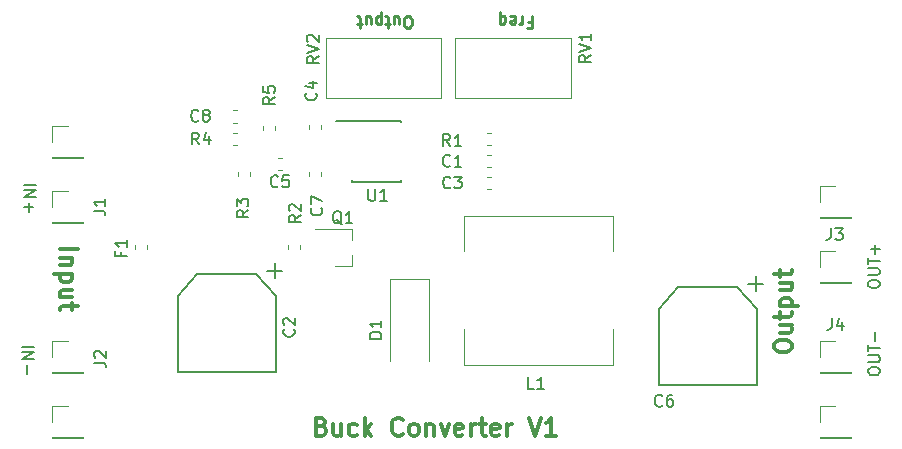
<source format=gbr>
G04 #@! TF.GenerationSoftware,KiCad,Pcbnew,5.0.2-bee76a0~70~ubuntu18.04.1*
G04 #@! TF.CreationDate,2019-01-01T14:35:21-08:00*
G04 #@! TF.ProjectId,Buck_Converter_V1,4275636b-5f43-46f6-9e76-65727465725f,rev?*
G04 #@! TF.SameCoordinates,Original*
G04 #@! TF.FileFunction,Legend,Top*
G04 #@! TF.FilePolarity,Positive*
%FSLAX46Y46*%
G04 Gerber Fmt 4.6, Leading zero omitted, Abs format (unit mm)*
G04 Created by KiCad (PCBNEW 5.0.2-bee76a0~70~ubuntu18.04.1) date Tue 01 Jan 2019 02:35:21 PM PST*
%MOMM*%
%LPD*%
G01*
G04 APERTURE LIST*
%ADD10C,0.300000*%
%ADD11C,0.250000*%
%ADD12C,0.120000*%
%ADD13C,0.150000*%
G04 APERTURE END LIST*
D10*
X135302242Y-104375757D02*
X135516528Y-104447185D01*
X135587957Y-104518614D01*
X135659385Y-104661471D01*
X135659385Y-104875757D01*
X135587957Y-105018614D01*
X135516528Y-105090042D01*
X135373671Y-105161471D01*
X134802242Y-105161471D01*
X134802242Y-103661471D01*
X135302242Y-103661471D01*
X135445100Y-103732900D01*
X135516528Y-103804328D01*
X135587957Y-103947185D01*
X135587957Y-104090042D01*
X135516528Y-104232900D01*
X135445100Y-104304328D01*
X135302242Y-104375757D01*
X134802242Y-104375757D01*
X136945100Y-104161471D02*
X136945100Y-105161471D01*
X136302242Y-104161471D02*
X136302242Y-104947185D01*
X136373671Y-105090042D01*
X136516528Y-105161471D01*
X136730814Y-105161471D01*
X136873671Y-105090042D01*
X136945100Y-105018614D01*
X138302242Y-105090042D02*
X138159385Y-105161471D01*
X137873671Y-105161471D01*
X137730814Y-105090042D01*
X137659385Y-105018614D01*
X137587957Y-104875757D01*
X137587957Y-104447185D01*
X137659385Y-104304328D01*
X137730814Y-104232900D01*
X137873671Y-104161471D01*
X138159385Y-104161471D01*
X138302242Y-104232900D01*
X138945100Y-105161471D02*
X138945100Y-103661471D01*
X139087957Y-104590042D02*
X139516528Y-105161471D01*
X139516528Y-104161471D02*
X138945100Y-104732900D01*
X142159385Y-105018614D02*
X142087957Y-105090042D01*
X141873671Y-105161471D01*
X141730814Y-105161471D01*
X141516528Y-105090042D01*
X141373671Y-104947185D01*
X141302242Y-104804328D01*
X141230814Y-104518614D01*
X141230814Y-104304328D01*
X141302242Y-104018614D01*
X141373671Y-103875757D01*
X141516528Y-103732900D01*
X141730814Y-103661471D01*
X141873671Y-103661471D01*
X142087957Y-103732900D01*
X142159385Y-103804328D01*
X143016528Y-105161471D02*
X142873671Y-105090042D01*
X142802242Y-105018614D01*
X142730814Y-104875757D01*
X142730814Y-104447185D01*
X142802242Y-104304328D01*
X142873671Y-104232900D01*
X143016528Y-104161471D01*
X143230814Y-104161471D01*
X143373671Y-104232900D01*
X143445100Y-104304328D01*
X143516528Y-104447185D01*
X143516528Y-104875757D01*
X143445100Y-105018614D01*
X143373671Y-105090042D01*
X143230814Y-105161471D01*
X143016528Y-105161471D01*
X144159385Y-104161471D02*
X144159385Y-105161471D01*
X144159385Y-104304328D02*
X144230814Y-104232900D01*
X144373671Y-104161471D01*
X144587957Y-104161471D01*
X144730814Y-104232900D01*
X144802242Y-104375757D01*
X144802242Y-105161471D01*
X145373671Y-104161471D02*
X145730814Y-105161471D01*
X146087957Y-104161471D01*
X147230814Y-105090042D02*
X147087957Y-105161471D01*
X146802242Y-105161471D01*
X146659385Y-105090042D01*
X146587957Y-104947185D01*
X146587957Y-104375757D01*
X146659385Y-104232900D01*
X146802242Y-104161471D01*
X147087957Y-104161471D01*
X147230814Y-104232900D01*
X147302242Y-104375757D01*
X147302242Y-104518614D01*
X146587957Y-104661471D01*
X147945100Y-105161471D02*
X147945100Y-104161471D01*
X147945100Y-104447185D02*
X148016528Y-104304328D01*
X148087957Y-104232900D01*
X148230814Y-104161471D01*
X148373671Y-104161471D01*
X148659385Y-104161471D02*
X149230814Y-104161471D01*
X148873671Y-103661471D02*
X148873671Y-104947185D01*
X148945100Y-105090042D01*
X149087957Y-105161471D01*
X149230814Y-105161471D01*
X150302242Y-105090042D02*
X150159385Y-105161471D01*
X149873671Y-105161471D01*
X149730814Y-105090042D01*
X149659385Y-104947185D01*
X149659385Y-104375757D01*
X149730814Y-104232900D01*
X149873671Y-104161471D01*
X150159385Y-104161471D01*
X150302242Y-104232900D01*
X150373671Y-104375757D01*
X150373671Y-104518614D01*
X149659385Y-104661471D01*
X151016528Y-105161471D02*
X151016528Y-104161471D01*
X151016528Y-104447185D02*
X151087957Y-104304328D01*
X151159385Y-104232900D01*
X151302242Y-104161471D01*
X151445100Y-104161471D01*
X152873671Y-103661471D02*
X153373671Y-105161471D01*
X153873671Y-103661471D01*
X155159385Y-105161471D02*
X154302242Y-105161471D01*
X154730814Y-105161471D02*
X154730814Y-103661471D01*
X154587957Y-103875757D01*
X154445100Y-104018614D01*
X154302242Y-104090042D01*
X173625771Y-97726914D02*
X173625771Y-97441200D01*
X173697200Y-97298342D01*
X173840057Y-97155485D01*
X174125771Y-97084057D01*
X174625771Y-97084057D01*
X174911485Y-97155485D01*
X175054342Y-97298342D01*
X175125771Y-97441200D01*
X175125771Y-97726914D01*
X175054342Y-97869771D01*
X174911485Y-98012628D01*
X174625771Y-98084057D01*
X174125771Y-98084057D01*
X173840057Y-98012628D01*
X173697200Y-97869771D01*
X173625771Y-97726914D01*
X174125771Y-95798342D02*
X175125771Y-95798342D01*
X174125771Y-96441200D02*
X174911485Y-96441200D01*
X175054342Y-96369771D01*
X175125771Y-96226914D01*
X175125771Y-96012628D01*
X175054342Y-95869771D01*
X174982914Y-95798342D01*
X174125771Y-95298342D02*
X174125771Y-94726914D01*
X173625771Y-95084057D02*
X174911485Y-95084057D01*
X175054342Y-95012628D01*
X175125771Y-94869771D01*
X175125771Y-94726914D01*
X174125771Y-94226914D02*
X175625771Y-94226914D01*
X174197200Y-94226914D02*
X174125771Y-94084057D01*
X174125771Y-93798342D01*
X174197200Y-93655485D01*
X174268628Y-93584057D01*
X174411485Y-93512628D01*
X174840057Y-93512628D01*
X174982914Y-93584057D01*
X175054342Y-93655485D01*
X175125771Y-93798342D01*
X175125771Y-94084057D01*
X175054342Y-94226914D01*
X174125771Y-92226914D02*
X175125771Y-92226914D01*
X174125771Y-92869771D02*
X174911485Y-92869771D01*
X175054342Y-92798342D01*
X175125771Y-92655485D01*
X175125771Y-92441200D01*
X175054342Y-92298342D01*
X174982914Y-92226914D01*
X174125771Y-91726914D02*
X174125771Y-91155485D01*
X173625771Y-91512628D02*
X174911485Y-91512628D01*
X175054342Y-91441200D01*
X175125771Y-91298342D01*
X175125771Y-91155485D01*
X113164228Y-89394814D02*
X114664228Y-89394814D01*
X114164228Y-90109100D02*
X113164228Y-90109100D01*
X114021371Y-90109100D02*
X114092800Y-90180528D01*
X114164228Y-90323385D01*
X114164228Y-90537671D01*
X114092800Y-90680528D01*
X113949942Y-90751957D01*
X113164228Y-90751957D01*
X114164228Y-91466242D02*
X112664228Y-91466242D01*
X114092800Y-91466242D02*
X114164228Y-91609100D01*
X114164228Y-91894814D01*
X114092800Y-92037671D01*
X114021371Y-92109100D01*
X113878514Y-92180528D01*
X113449942Y-92180528D01*
X113307085Y-92109100D01*
X113235657Y-92037671D01*
X113164228Y-91894814D01*
X113164228Y-91609100D01*
X113235657Y-91466242D01*
X114164228Y-93466242D02*
X113164228Y-93466242D01*
X114164228Y-92823385D02*
X113378514Y-92823385D01*
X113235657Y-92894814D01*
X113164228Y-93037671D01*
X113164228Y-93251957D01*
X113235657Y-93394814D01*
X113307085Y-93466242D01*
X114164228Y-93966242D02*
X114164228Y-94537671D01*
X114664228Y-94180528D02*
X113378514Y-94180528D01*
X113235657Y-94251957D01*
X113164228Y-94394814D01*
X113164228Y-94537671D01*
D11*
X142701709Y-70651619D02*
X142511233Y-70651619D01*
X142415995Y-70604000D01*
X142320757Y-70508761D01*
X142273138Y-70318285D01*
X142273138Y-69984952D01*
X142320757Y-69794476D01*
X142415995Y-69699238D01*
X142511233Y-69651619D01*
X142701709Y-69651619D01*
X142796947Y-69699238D01*
X142892185Y-69794476D01*
X142939804Y-69984952D01*
X142939804Y-70318285D01*
X142892185Y-70508761D01*
X142796947Y-70604000D01*
X142701709Y-70651619D01*
X141415995Y-70318285D02*
X141415995Y-69651619D01*
X141844566Y-70318285D02*
X141844566Y-69794476D01*
X141796947Y-69699238D01*
X141701709Y-69651619D01*
X141558852Y-69651619D01*
X141463614Y-69699238D01*
X141415995Y-69746857D01*
X141082661Y-70318285D02*
X140701709Y-70318285D01*
X140939804Y-70651619D02*
X140939804Y-69794476D01*
X140892185Y-69699238D01*
X140796947Y-69651619D01*
X140701709Y-69651619D01*
X140368376Y-70318285D02*
X140368376Y-69318285D01*
X140368376Y-70270666D02*
X140273138Y-70318285D01*
X140082661Y-70318285D01*
X139987423Y-70270666D01*
X139939804Y-70223047D01*
X139892185Y-70127809D01*
X139892185Y-69842095D01*
X139939804Y-69746857D01*
X139987423Y-69699238D01*
X140082661Y-69651619D01*
X140273138Y-69651619D01*
X140368376Y-69699238D01*
X139035042Y-70318285D02*
X139035042Y-69651619D01*
X139463614Y-70318285D02*
X139463614Y-69794476D01*
X139415995Y-69699238D01*
X139320757Y-69651619D01*
X139177900Y-69651619D01*
X139082661Y-69699238D01*
X139035042Y-69746857D01*
X138701709Y-70318285D02*
X138320757Y-70318285D01*
X138558852Y-70651619D02*
X138558852Y-69794476D01*
X138511233Y-69699238D01*
X138415995Y-69651619D01*
X138320757Y-69651619D01*
X152812619Y-70137328D02*
X153145952Y-70137328D01*
X153145952Y-69613519D02*
X153145952Y-70613519D01*
X152669761Y-70613519D01*
X152288809Y-69613519D02*
X152288809Y-70280185D01*
X152288809Y-70089709D02*
X152241190Y-70184947D01*
X152193571Y-70232566D01*
X152098333Y-70280185D01*
X152003095Y-70280185D01*
X151288809Y-69661138D02*
X151384047Y-69613519D01*
X151574523Y-69613519D01*
X151669761Y-69661138D01*
X151717380Y-69756376D01*
X151717380Y-70137328D01*
X151669761Y-70232566D01*
X151574523Y-70280185D01*
X151384047Y-70280185D01*
X151288809Y-70232566D01*
X151241190Y-70137328D01*
X151241190Y-70042090D01*
X151717380Y-69946852D01*
X150384047Y-70280185D02*
X150384047Y-69280185D01*
X150384047Y-69661138D02*
X150479285Y-69613519D01*
X150669761Y-69613519D01*
X150765000Y-69661138D01*
X150812619Y-69708757D01*
X150860238Y-69803995D01*
X150860238Y-70089709D01*
X150812619Y-70184947D01*
X150765000Y-70232566D01*
X150669761Y-70280185D01*
X150479285Y-70280185D01*
X150384047Y-70232566D01*
D12*
G04 #@! TO.C,OUT+*
X177470000Y-86710000D02*
X180130000Y-86710000D01*
X177470000Y-86650000D02*
X177470000Y-86710000D01*
X180130000Y-86650000D02*
X180130000Y-86710000D01*
X177470000Y-86650000D02*
X180130000Y-86650000D01*
X177470000Y-85380000D02*
X177470000Y-84050000D01*
X177470000Y-84050000D02*
X178800000Y-84050000D01*
G04 #@! TO.C,OUT-*
X177470000Y-102670000D02*
X178800000Y-102670000D01*
X177470000Y-104000000D02*
X177470000Y-102670000D01*
X177470000Y-105270000D02*
X180130000Y-105270000D01*
X180130000Y-105270000D02*
X180130000Y-105330000D01*
X177470000Y-105270000D02*
X177470000Y-105330000D01*
X177470000Y-105330000D02*
X180130000Y-105330000D01*
G04 #@! TO.C,IN-*
X112470000Y-105330000D02*
X115130000Y-105330000D01*
X112470000Y-105270000D02*
X112470000Y-105330000D01*
X115130000Y-105270000D02*
X115130000Y-105330000D01*
X112470000Y-105270000D02*
X115130000Y-105270000D01*
X112470000Y-104000000D02*
X112470000Y-102670000D01*
X112470000Y-102670000D02*
X113800000Y-102670000D01*
G04 #@! TO.C,C1*
X149295033Y-81379600D02*
X149637567Y-81379600D01*
X149295033Y-82399600D02*
X149637567Y-82399600D01*
D13*
G04 #@! TO.C,C2*
X129779400Y-91493700D02*
X124779400Y-91493700D01*
X123129400Y-93343700D02*
X123129400Y-99793700D01*
X123129400Y-99793700D02*
X131429400Y-99793700D01*
X131429400Y-99793700D02*
X131429400Y-93343700D01*
X129779400Y-91493700D02*
X131429400Y-93343700D01*
X124779400Y-91493700D02*
X123129400Y-93343700D01*
X131978400Y-91198700D02*
X130708400Y-91198700D01*
X131343400Y-90563700D02*
X131343400Y-91833700D01*
D12*
G04 #@! TO.C,C3*
X149637567Y-83233800D02*
X149295033Y-83233800D01*
X149637567Y-84253800D02*
X149295033Y-84253800D01*
G04 #@! TO.C,C4*
X135295100Y-79228767D02*
X135295100Y-78886233D01*
X134275100Y-79228767D02*
X134275100Y-78886233D01*
G04 #@! TO.C,C5*
X131603933Y-81620900D02*
X131946467Y-81620900D01*
X131603933Y-82640900D02*
X131946467Y-82640900D01*
D13*
G04 #@! TO.C,C6*
X172046900Y-91655900D02*
X172046900Y-92925900D01*
X172681900Y-92290900D02*
X171411900Y-92290900D01*
X165482900Y-92585900D02*
X163832900Y-94435900D01*
X170482900Y-92585900D02*
X172132900Y-94435900D01*
X172132900Y-100885900D02*
X172132900Y-94435900D01*
X163832900Y-100885900D02*
X172132900Y-100885900D01*
X163832900Y-94435900D02*
X163832900Y-100885900D01*
X170482900Y-92585900D02*
X165482900Y-92585900D01*
D12*
G04 #@! TO.C,C7*
X135269700Y-83191167D02*
X135269700Y-82848633D01*
X134249700Y-83191167D02*
X134249700Y-82848633D01*
G04 #@! TO.C,C8*
X127768533Y-77633100D02*
X128111067Y-77633100D01*
X127768533Y-78653100D02*
X128111067Y-78653100D01*
G04 #@! TO.C,D1*
X144410700Y-91942200D02*
X141110700Y-91942200D01*
X141110700Y-91942200D02*
X141110700Y-98842200D01*
X144410700Y-91942200D02*
X144410700Y-98842200D01*
G04 #@! TO.C,F1*
X119517700Y-89376067D02*
X119517700Y-89033533D01*
X120537700Y-89376067D02*
X120537700Y-89033533D01*
G04 #@! TO.C,J1*
X112470000Y-87130000D02*
X115130000Y-87130000D01*
X112470000Y-87070000D02*
X112470000Y-87130000D01*
X115130000Y-87070000D02*
X115130000Y-87130000D01*
X112470000Y-87070000D02*
X115130000Y-87070000D01*
X112470000Y-85800000D02*
X112470000Y-84470000D01*
X112470000Y-84470000D02*
X113800000Y-84470000D01*
G04 #@! TO.C,J2*
X112470000Y-97170000D02*
X113800000Y-97170000D01*
X112470000Y-98500000D02*
X112470000Y-97170000D01*
X112470000Y-99770000D02*
X115130000Y-99770000D01*
X115130000Y-99770000D02*
X115130000Y-99830000D01*
X112470000Y-99770000D02*
X112470000Y-99830000D01*
X112470000Y-99830000D02*
X115130000Y-99830000D01*
G04 #@! TO.C,J3*
X177470000Y-92210000D02*
X180130000Y-92210000D01*
X177470000Y-92150000D02*
X177470000Y-92210000D01*
X180130000Y-92150000D02*
X180130000Y-92210000D01*
X177470000Y-92150000D02*
X180130000Y-92150000D01*
X177470000Y-90880000D02*
X177470000Y-89550000D01*
X177470000Y-89550000D02*
X178800000Y-89550000D01*
G04 #@! TO.C,J4*
X177470000Y-97170000D02*
X178800000Y-97170000D01*
X177470000Y-98500000D02*
X177470000Y-97170000D01*
X177470000Y-99770000D02*
X180130000Y-99770000D01*
X180130000Y-99770000D02*
X180130000Y-99830000D01*
X177470000Y-99770000D02*
X177470000Y-99830000D01*
X177470000Y-99830000D02*
X180130000Y-99830000D01*
G04 #@! TO.C,L1*
X159944600Y-96162400D02*
X159944600Y-99162400D01*
X159944600Y-99162400D02*
X147344600Y-99162400D01*
X147344600Y-99162400D02*
X147344600Y-96162400D01*
X147344600Y-89562400D02*
X147344600Y-86562400D01*
X147344600Y-86562400D02*
X159944600Y-86562400D01*
X159944600Y-86562400D02*
X159944600Y-89562400D01*
G04 #@! TO.C,R1*
X149282333Y-79538100D02*
X149624867Y-79538100D01*
X149282333Y-80558100D02*
X149624867Y-80558100D01*
G04 #@! TO.C,R2*
X133504400Y-89046233D02*
X133504400Y-89388767D01*
X132484400Y-89046233D02*
X132484400Y-89388767D01*
G04 #@! TO.C,R3*
X129249900Y-83216567D02*
X129249900Y-82874033D01*
X128229900Y-83216567D02*
X128229900Y-82874033D01*
G04 #@! TO.C,R4*
X127793933Y-79538100D02*
X128136467Y-79538100D01*
X127793933Y-80558100D02*
X128136467Y-80558100D01*
G04 #@! TO.C,R5*
X130333134Y-78911633D02*
X130333134Y-79254167D01*
X131353134Y-78911633D02*
X131353134Y-79254167D01*
G04 #@! TO.C,RV1*
X156383300Y-76545600D02*
X146613300Y-76545600D01*
X156383300Y-71475600D02*
X146613300Y-71475600D01*
X156383300Y-76545600D02*
X156383300Y-71475600D01*
X146613300Y-76545600D02*
X146613300Y-71475600D01*
G04 #@! TO.C,RV2*
X135678600Y-76558300D02*
X135678600Y-71488300D01*
X145448600Y-76558300D02*
X145448600Y-71488300D01*
X145448600Y-71488300D02*
X135678600Y-71488300D01*
X145448600Y-76558300D02*
X135678600Y-76558300D01*
D13*
G04 #@! TO.C,U1*
X137904400Y-78501800D02*
X137904400Y-78551800D01*
X142054400Y-78501800D02*
X142054400Y-78646800D01*
X142054400Y-83651800D02*
X142054400Y-83506800D01*
X137904400Y-83651800D02*
X137904400Y-83506800D01*
X137904400Y-78501800D02*
X142054400Y-78501800D01*
X137904400Y-83651800D02*
X142054400Y-83651800D01*
X137904400Y-78551800D02*
X136504400Y-78551800D01*
D12*
G04 #@! TO.C,IN+*
X112470000Y-78970000D02*
X113800000Y-78970000D01*
X112470000Y-80300000D02*
X112470000Y-78970000D01*
X112470000Y-81570000D02*
X115130000Y-81570000D01*
X115130000Y-81570000D02*
X115130000Y-81630000D01*
X112470000Y-81570000D02*
X112470000Y-81630000D01*
X112470000Y-81630000D02*
X115130000Y-81630000D01*
G04 #@! TO.C,Q1*
X137869200Y-90810200D02*
X137869200Y-89880200D01*
X137869200Y-87650200D02*
X137869200Y-88580200D01*
X137869200Y-87650200D02*
X134709200Y-87650200D01*
X137869200Y-90810200D02*
X136409200Y-90810200D01*
G04 #@! TO.C,OUT+*
D13*
X181557680Y-92424047D02*
X181557680Y-92233571D01*
X181605300Y-92138333D01*
X181700538Y-92043095D01*
X181891014Y-91995476D01*
X182224347Y-91995476D01*
X182414823Y-92043095D01*
X182510061Y-92138333D01*
X182557680Y-92233571D01*
X182557680Y-92424047D01*
X182510061Y-92519285D01*
X182414823Y-92614523D01*
X182224347Y-92662142D01*
X181891014Y-92662142D01*
X181700538Y-92614523D01*
X181605300Y-92519285D01*
X181557680Y-92424047D01*
X181557680Y-91566904D02*
X182367204Y-91566904D01*
X182462442Y-91519285D01*
X182510061Y-91471666D01*
X182557680Y-91376428D01*
X182557680Y-91185952D01*
X182510061Y-91090714D01*
X182462442Y-91043095D01*
X182367204Y-90995476D01*
X181557680Y-90995476D01*
X181557680Y-90662142D02*
X181557680Y-90090714D01*
X182557680Y-90376428D02*
X181557680Y-90376428D01*
X182176728Y-89757380D02*
X182176728Y-88995476D01*
X182557680Y-89376428D02*
X181795776Y-89376428D01*
G04 #@! TO.C,OUT-*
X181570380Y-99802747D02*
X181570380Y-99612271D01*
X181618000Y-99517033D01*
X181713238Y-99421795D01*
X181903714Y-99374176D01*
X182237047Y-99374176D01*
X182427523Y-99421795D01*
X182522761Y-99517033D01*
X182570380Y-99612271D01*
X182570380Y-99802747D01*
X182522761Y-99897985D01*
X182427523Y-99993223D01*
X182237047Y-100040842D01*
X181903714Y-100040842D01*
X181713238Y-99993223D01*
X181618000Y-99897985D01*
X181570380Y-99802747D01*
X181570380Y-98945604D02*
X182379904Y-98945604D01*
X182475142Y-98897985D01*
X182522761Y-98850366D01*
X182570380Y-98755128D01*
X182570380Y-98564652D01*
X182522761Y-98469414D01*
X182475142Y-98421795D01*
X182379904Y-98374176D01*
X181570380Y-98374176D01*
X181570380Y-98040842D02*
X181570380Y-97469414D01*
X182570380Y-97755128D02*
X181570380Y-97755128D01*
X182189428Y-97136080D02*
X182189428Y-96374176D01*
G04 #@! TO.C,IN-*
X109969419Y-97624742D02*
X110969419Y-97624742D01*
X109969419Y-98100933D02*
X110969419Y-98100933D01*
X109969419Y-98672361D01*
X110969419Y-98672361D01*
X110350371Y-99148552D02*
X110350371Y-99910457D01*
G04 #@! TO.C,C1*
X146175433Y-82297542D02*
X146127814Y-82345161D01*
X145984957Y-82392780D01*
X145889719Y-82392780D01*
X145746861Y-82345161D01*
X145651623Y-82249923D01*
X145604004Y-82154685D01*
X145556385Y-81964209D01*
X145556385Y-81821352D01*
X145604004Y-81630876D01*
X145651623Y-81535638D01*
X145746861Y-81440400D01*
X145889719Y-81392780D01*
X145984957Y-81392780D01*
X146127814Y-81440400D01*
X146175433Y-81488019D01*
X147127814Y-82392780D02*
X146556385Y-82392780D01*
X146842100Y-82392780D02*
X146842100Y-81392780D01*
X146746861Y-81535638D01*
X146651623Y-81630876D01*
X146556385Y-81678495D01*
G04 #@! TO.C,C2*
X132957842Y-96153266D02*
X133005461Y-96200885D01*
X133053080Y-96343742D01*
X133053080Y-96438980D01*
X133005461Y-96581838D01*
X132910223Y-96677076D01*
X132814985Y-96724695D01*
X132624509Y-96772314D01*
X132481652Y-96772314D01*
X132291176Y-96724695D01*
X132195938Y-96677076D01*
X132100700Y-96581838D01*
X132053080Y-96438980D01*
X132053080Y-96343742D01*
X132100700Y-96200885D01*
X132148319Y-96153266D01*
X132148319Y-95772314D02*
X132100700Y-95724695D01*
X132053080Y-95629457D01*
X132053080Y-95391361D01*
X132100700Y-95296123D01*
X132148319Y-95248504D01*
X132243557Y-95200885D01*
X132338795Y-95200885D01*
X132481652Y-95248504D01*
X133053080Y-95819933D01*
X133053080Y-95200885D01*
G04 #@! TO.C,C3*
X146200833Y-84139042D02*
X146153214Y-84186661D01*
X146010357Y-84234280D01*
X145915119Y-84234280D01*
X145772261Y-84186661D01*
X145677023Y-84091423D01*
X145629404Y-83996185D01*
X145581785Y-83805709D01*
X145581785Y-83662852D01*
X145629404Y-83472376D01*
X145677023Y-83377138D01*
X145772261Y-83281900D01*
X145915119Y-83234280D01*
X146010357Y-83234280D01*
X146153214Y-83281900D01*
X146200833Y-83329519D01*
X146534166Y-83234280D02*
X147153214Y-83234280D01*
X146819880Y-83615233D01*
X146962738Y-83615233D01*
X147057976Y-83662852D01*
X147105595Y-83710471D01*
X147153214Y-83805709D01*
X147153214Y-84043804D01*
X147105595Y-84139042D01*
X147057976Y-84186661D01*
X146962738Y-84234280D01*
X146677023Y-84234280D01*
X146581785Y-84186661D01*
X146534166Y-84139042D01*
G04 #@! TO.C,C4*
X134812042Y-76150766D02*
X134859661Y-76198385D01*
X134907280Y-76341242D01*
X134907280Y-76436480D01*
X134859661Y-76579338D01*
X134764423Y-76674576D01*
X134669185Y-76722195D01*
X134478709Y-76769814D01*
X134335852Y-76769814D01*
X134145376Y-76722195D01*
X134050138Y-76674576D01*
X133954900Y-76579338D01*
X133907280Y-76436480D01*
X133907280Y-76341242D01*
X133954900Y-76198385D01*
X134002519Y-76150766D01*
X134240614Y-75293623D02*
X134907280Y-75293623D01*
X133859661Y-75531719D02*
X134573947Y-75769814D01*
X134573947Y-75150766D01*
G04 #@! TO.C,C5*
X131608533Y-84037442D02*
X131560914Y-84085061D01*
X131418057Y-84132680D01*
X131322819Y-84132680D01*
X131179961Y-84085061D01*
X131084723Y-83989823D01*
X131037104Y-83894585D01*
X130989485Y-83704109D01*
X130989485Y-83561252D01*
X131037104Y-83370776D01*
X131084723Y-83275538D01*
X131179961Y-83180300D01*
X131322819Y-83132680D01*
X131418057Y-83132680D01*
X131560914Y-83180300D01*
X131608533Y-83227919D01*
X132513295Y-83132680D02*
X132037104Y-83132680D01*
X131989485Y-83608871D01*
X132037104Y-83561252D01*
X132132342Y-83513633D01*
X132370438Y-83513633D01*
X132465676Y-83561252D01*
X132513295Y-83608871D01*
X132560914Y-83704109D01*
X132560914Y-83942204D01*
X132513295Y-84037442D01*
X132465676Y-84085061D01*
X132370438Y-84132680D01*
X132132342Y-84132680D01*
X132037104Y-84085061D01*
X131989485Y-84037442D01*
G04 #@! TO.C,C6*
X164133233Y-102604842D02*
X164085614Y-102652461D01*
X163942757Y-102700080D01*
X163847519Y-102700080D01*
X163704661Y-102652461D01*
X163609423Y-102557223D01*
X163561804Y-102461985D01*
X163514185Y-102271509D01*
X163514185Y-102128652D01*
X163561804Y-101938176D01*
X163609423Y-101842938D01*
X163704661Y-101747700D01*
X163847519Y-101700080D01*
X163942757Y-101700080D01*
X164085614Y-101747700D01*
X164133233Y-101795319D01*
X164990376Y-101700080D02*
X164799900Y-101700080D01*
X164704661Y-101747700D01*
X164657042Y-101795319D01*
X164561804Y-101938176D01*
X164514185Y-102128652D01*
X164514185Y-102509604D01*
X164561804Y-102604842D01*
X164609423Y-102652461D01*
X164704661Y-102700080D01*
X164895138Y-102700080D01*
X164990376Y-102652461D01*
X165037995Y-102604842D01*
X165085614Y-102509604D01*
X165085614Y-102271509D01*
X165037995Y-102176271D01*
X164990376Y-102128652D01*
X164895138Y-102081033D01*
X164704661Y-102081033D01*
X164609423Y-102128652D01*
X164561804Y-102176271D01*
X164514185Y-102271509D01*
G04 #@! TO.C,C7*
X135269242Y-85891666D02*
X135316861Y-85939285D01*
X135364480Y-86082142D01*
X135364480Y-86177380D01*
X135316861Y-86320238D01*
X135221623Y-86415476D01*
X135126385Y-86463095D01*
X134935909Y-86510714D01*
X134793052Y-86510714D01*
X134602576Y-86463095D01*
X134507338Y-86415476D01*
X134412100Y-86320238D01*
X134364480Y-86177380D01*
X134364480Y-86082142D01*
X134412100Y-85939285D01*
X134459719Y-85891666D01*
X134364480Y-85558333D02*
X134364480Y-84891666D01*
X135364480Y-85320238D01*
G04 #@! TO.C,C8*
X124864833Y-78474842D02*
X124817214Y-78522461D01*
X124674357Y-78570080D01*
X124579119Y-78570080D01*
X124436261Y-78522461D01*
X124341023Y-78427223D01*
X124293404Y-78331985D01*
X124245785Y-78141509D01*
X124245785Y-77998652D01*
X124293404Y-77808176D01*
X124341023Y-77712938D01*
X124436261Y-77617700D01*
X124579119Y-77570080D01*
X124674357Y-77570080D01*
X124817214Y-77617700D01*
X124864833Y-77665319D01*
X125436261Y-77998652D02*
X125341023Y-77951033D01*
X125293404Y-77903414D01*
X125245785Y-77808176D01*
X125245785Y-77760557D01*
X125293404Y-77665319D01*
X125341023Y-77617700D01*
X125436261Y-77570080D01*
X125626738Y-77570080D01*
X125721976Y-77617700D01*
X125769595Y-77665319D01*
X125817214Y-77760557D01*
X125817214Y-77808176D01*
X125769595Y-77903414D01*
X125721976Y-77951033D01*
X125626738Y-77998652D01*
X125436261Y-77998652D01*
X125341023Y-78046271D01*
X125293404Y-78093890D01*
X125245785Y-78189128D01*
X125245785Y-78379604D01*
X125293404Y-78474842D01*
X125341023Y-78522461D01*
X125436261Y-78570080D01*
X125626738Y-78570080D01*
X125721976Y-78522461D01*
X125769595Y-78474842D01*
X125817214Y-78379604D01*
X125817214Y-78189128D01*
X125769595Y-78093890D01*
X125721976Y-78046271D01*
X125626738Y-77998652D01*
G04 #@! TO.C,D1*
X140368280Y-96953295D02*
X139368280Y-96953295D01*
X139368280Y-96715200D01*
X139415900Y-96572342D01*
X139511138Y-96477104D01*
X139606376Y-96429485D01*
X139796852Y-96381866D01*
X139939709Y-96381866D01*
X140130185Y-96429485D01*
X140225423Y-96477104D01*
X140320661Y-96572342D01*
X140368280Y-96715200D01*
X140368280Y-96953295D01*
X140368280Y-95429485D02*
X140368280Y-96000914D01*
X140368280Y-95715200D02*
X139368280Y-95715200D01*
X139511138Y-95810438D01*
X139606376Y-95905676D01*
X139653995Y-96000914D01*
G04 #@! TO.C,F1*
X118317971Y-89652433D02*
X118317971Y-89985766D01*
X118841780Y-89985766D02*
X117841780Y-89985766D01*
X117841780Y-89509576D01*
X118841780Y-88604814D02*
X118841780Y-89176242D01*
X118841780Y-88890528D02*
X117841780Y-88890528D01*
X117984638Y-88985766D01*
X118079876Y-89081004D01*
X118127495Y-89176242D01*
G04 #@! TO.C,J1*
X115995580Y-86133333D02*
X116709866Y-86133333D01*
X116852723Y-86180952D01*
X116947961Y-86276190D01*
X116995580Y-86419047D01*
X116995580Y-86514285D01*
X116995580Y-85133333D02*
X116995580Y-85704761D01*
X116995580Y-85419047D02*
X115995580Y-85419047D01*
X116138438Y-85514285D01*
X116233676Y-85609523D01*
X116281295Y-85704761D01*
G04 #@! TO.C,J2*
X116033680Y-98985733D02*
X116747966Y-98985733D01*
X116890823Y-99033352D01*
X116986061Y-99128590D01*
X117033680Y-99271447D01*
X117033680Y-99366685D01*
X116128919Y-98557161D02*
X116081300Y-98509542D01*
X116033680Y-98414304D01*
X116033680Y-98176209D01*
X116081300Y-98080971D01*
X116128919Y-98033352D01*
X116224157Y-97985733D01*
X116319395Y-97985733D01*
X116462252Y-98033352D01*
X117033680Y-98604780D01*
X117033680Y-97985733D01*
G04 #@! TO.C,J3*
X178419166Y-87603080D02*
X178419166Y-88317366D01*
X178371547Y-88460223D01*
X178276309Y-88555461D01*
X178133452Y-88603080D01*
X178038214Y-88603080D01*
X178800119Y-87603080D02*
X179419166Y-87603080D01*
X179085833Y-87984033D01*
X179228690Y-87984033D01*
X179323928Y-88031652D01*
X179371547Y-88079271D01*
X179419166Y-88174509D01*
X179419166Y-88412604D01*
X179371547Y-88507842D01*
X179323928Y-88555461D01*
X179228690Y-88603080D01*
X178942976Y-88603080D01*
X178847738Y-88555461D01*
X178800119Y-88507842D01*
G04 #@! TO.C,J4*
X178482666Y-95223080D02*
X178482666Y-95937366D01*
X178435047Y-96080223D01*
X178339809Y-96175461D01*
X178196952Y-96223080D01*
X178101714Y-96223080D01*
X179387428Y-95556414D02*
X179387428Y-96223080D01*
X179149333Y-95175461D02*
X178911238Y-95889747D01*
X179530285Y-95889747D01*
G04 #@! TO.C,L1*
X153287433Y-101201480D02*
X152811242Y-101201480D01*
X152811242Y-100201480D01*
X154144576Y-101201480D02*
X153573147Y-101201480D01*
X153858861Y-101201480D02*
X153858861Y-100201480D01*
X153763623Y-100344338D01*
X153668385Y-100439576D01*
X153573147Y-100487195D01*
G04 #@! TO.C,R1*
X146175433Y-80640180D02*
X145842100Y-80163990D01*
X145604004Y-80640180D02*
X145604004Y-79640180D01*
X145984957Y-79640180D01*
X146080195Y-79687800D01*
X146127814Y-79735419D01*
X146175433Y-79830657D01*
X146175433Y-79973514D01*
X146127814Y-80068752D01*
X146080195Y-80116371D01*
X145984957Y-80163990D01*
X145604004Y-80163990D01*
X147127814Y-80640180D02*
X146556385Y-80640180D01*
X146842100Y-80640180D02*
X146842100Y-79640180D01*
X146746861Y-79783038D01*
X146651623Y-79878276D01*
X146556385Y-79925895D01*
G04 #@! TO.C,R2*
X133522980Y-86501266D02*
X133046790Y-86834600D01*
X133522980Y-87072695D02*
X132522980Y-87072695D01*
X132522980Y-86691742D01*
X132570600Y-86596504D01*
X132618219Y-86548885D01*
X132713457Y-86501266D01*
X132856314Y-86501266D01*
X132951552Y-86548885D01*
X132999171Y-86596504D01*
X133046790Y-86691742D01*
X133046790Y-87072695D01*
X132618219Y-86120314D02*
X132570600Y-86072695D01*
X132522980Y-85977457D01*
X132522980Y-85739361D01*
X132570600Y-85644123D01*
X132618219Y-85596504D01*
X132713457Y-85548885D01*
X132808695Y-85548885D01*
X132951552Y-85596504D01*
X133522980Y-86167933D01*
X133522980Y-85548885D01*
G04 #@! TO.C,R3*
X129103380Y-86069466D02*
X128627190Y-86402800D01*
X129103380Y-86640895D02*
X128103380Y-86640895D01*
X128103380Y-86259942D01*
X128151000Y-86164704D01*
X128198619Y-86117085D01*
X128293857Y-86069466D01*
X128436714Y-86069466D01*
X128531952Y-86117085D01*
X128579571Y-86164704D01*
X128627190Y-86259942D01*
X128627190Y-86640895D01*
X128103380Y-85736133D02*
X128103380Y-85117085D01*
X128484333Y-85450419D01*
X128484333Y-85307561D01*
X128531952Y-85212323D01*
X128579571Y-85164704D01*
X128674809Y-85117085D01*
X128912904Y-85117085D01*
X129008142Y-85164704D01*
X129055761Y-85212323D01*
X129103380Y-85307561D01*
X129103380Y-85593276D01*
X129055761Y-85688514D01*
X129008142Y-85736133D01*
G04 #@! TO.C,R4*
X124928333Y-80500480D02*
X124595000Y-80024290D01*
X124356904Y-80500480D02*
X124356904Y-79500480D01*
X124737857Y-79500480D01*
X124833095Y-79548100D01*
X124880714Y-79595719D01*
X124928333Y-79690957D01*
X124928333Y-79833814D01*
X124880714Y-79929052D01*
X124833095Y-79976671D01*
X124737857Y-80024290D01*
X124356904Y-80024290D01*
X125785476Y-79833814D02*
X125785476Y-80500480D01*
X125547380Y-79452861D02*
X125309285Y-80167147D01*
X125928333Y-80167147D01*
G04 #@! TO.C,R5*
X131351280Y-76506366D02*
X130875090Y-76839700D01*
X131351280Y-77077795D02*
X130351280Y-77077795D01*
X130351280Y-76696842D01*
X130398900Y-76601604D01*
X130446519Y-76553985D01*
X130541757Y-76506366D01*
X130684614Y-76506366D01*
X130779852Y-76553985D01*
X130827471Y-76601604D01*
X130875090Y-76696842D01*
X130875090Y-77077795D01*
X130351280Y-75601604D02*
X130351280Y-76077795D01*
X130827471Y-76125414D01*
X130779852Y-76077795D01*
X130732233Y-75982557D01*
X130732233Y-75744461D01*
X130779852Y-75649223D01*
X130827471Y-75601604D01*
X130922709Y-75553985D01*
X131160804Y-75553985D01*
X131256042Y-75601604D01*
X131303661Y-75649223D01*
X131351280Y-75744461D01*
X131351280Y-75982557D01*
X131303661Y-76077795D01*
X131256042Y-76125414D01*
G04 #@! TO.C,RV1*
X158084780Y-72947138D02*
X157608590Y-73280471D01*
X158084780Y-73518566D02*
X157084780Y-73518566D01*
X157084780Y-73137614D01*
X157132400Y-73042376D01*
X157180019Y-72994757D01*
X157275257Y-72947138D01*
X157418114Y-72947138D01*
X157513352Y-72994757D01*
X157560971Y-73042376D01*
X157608590Y-73137614D01*
X157608590Y-73518566D01*
X157084780Y-72661423D02*
X158084780Y-72328090D01*
X157084780Y-71994757D01*
X158084780Y-71137614D02*
X158084780Y-71709042D01*
X158084780Y-71423328D02*
X157084780Y-71423328D01*
X157227638Y-71518566D01*
X157322876Y-71613804D01*
X157370495Y-71709042D01*
G04 #@! TO.C,RV2*
X135059680Y-73048738D02*
X134583490Y-73382071D01*
X135059680Y-73620166D02*
X134059680Y-73620166D01*
X134059680Y-73239214D01*
X134107300Y-73143976D01*
X134154919Y-73096357D01*
X134250157Y-73048738D01*
X134393014Y-73048738D01*
X134488252Y-73096357D01*
X134535871Y-73143976D01*
X134583490Y-73239214D01*
X134583490Y-73620166D01*
X134059680Y-72763023D02*
X135059680Y-72429690D01*
X134059680Y-72096357D01*
X134154919Y-71810642D02*
X134107300Y-71763023D01*
X134059680Y-71667785D01*
X134059680Y-71429690D01*
X134107300Y-71334452D01*
X134154919Y-71286833D01*
X134250157Y-71239214D01*
X134345395Y-71239214D01*
X134488252Y-71286833D01*
X135059680Y-71858261D01*
X135059680Y-71239214D01*
G04 #@! TO.C,U1*
X139268295Y-84288380D02*
X139268295Y-85097904D01*
X139315914Y-85193142D01*
X139363533Y-85240761D01*
X139458771Y-85288380D01*
X139649247Y-85288380D01*
X139744485Y-85240761D01*
X139792104Y-85193142D01*
X139839723Y-85097904D01*
X139839723Y-84288380D01*
X140839723Y-85288380D02*
X140268295Y-85288380D01*
X140554009Y-85288380D02*
X140554009Y-84288380D01*
X140458771Y-84431238D01*
X140363533Y-84526476D01*
X140268295Y-84574095D01*
G04 #@! TO.C,IN+*
X110121819Y-83919642D02*
X111121819Y-83919642D01*
X110121819Y-84395833D02*
X111121819Y-84395833D01*
X110121819Y-84967261D01*
X111121819Y-84967261D01*
X110502771Y-85443452D02*
X110502771Y-86205357D01*
X110121819Y-85824404D02*
X110883723Y-85824404D01*
G04 #@! TO.C,Q1*
X137013961Y-87277819D02*
X136918723Y-87230200D01*
X136823485Y-87134961D01*
X136680628Y-86992104D01*
X136585390Y-86944485D01*
X136490152Y-86944485D01*
X136537771Y-87182580D02*
X136442533Y-87134961D01*
X136347295Y-87039723D01*
X136299676Y-86849247D01*
X136299676Y-86515914D01*
X136347295Y-86325438D01*
X136442533Y-86230200D01*
X136537771Y-86182580D01*
X136728247Y-86182580D01*
X136823485Y-86230200D01*
X136918723Y-86325438D01*
X136966342Y-86515914D01*
X136966342Y-86849247D01*
X136918723Y-87039723D01*
X136823485Y-87134961D01*
X136728247Y-87182580D01*
X136537771Y-87182580D01*
X137918723Y-87182580D02*
X137347295Y-87182580D01*
X137633009Y-87182580D02*
X137633009Y-86182580D01*
X137537771Y-86325438D01*
X137442533Y-86420676D01*
X137347295Y-86468295D01*
G04 #@! TD*
M02*

</source>
